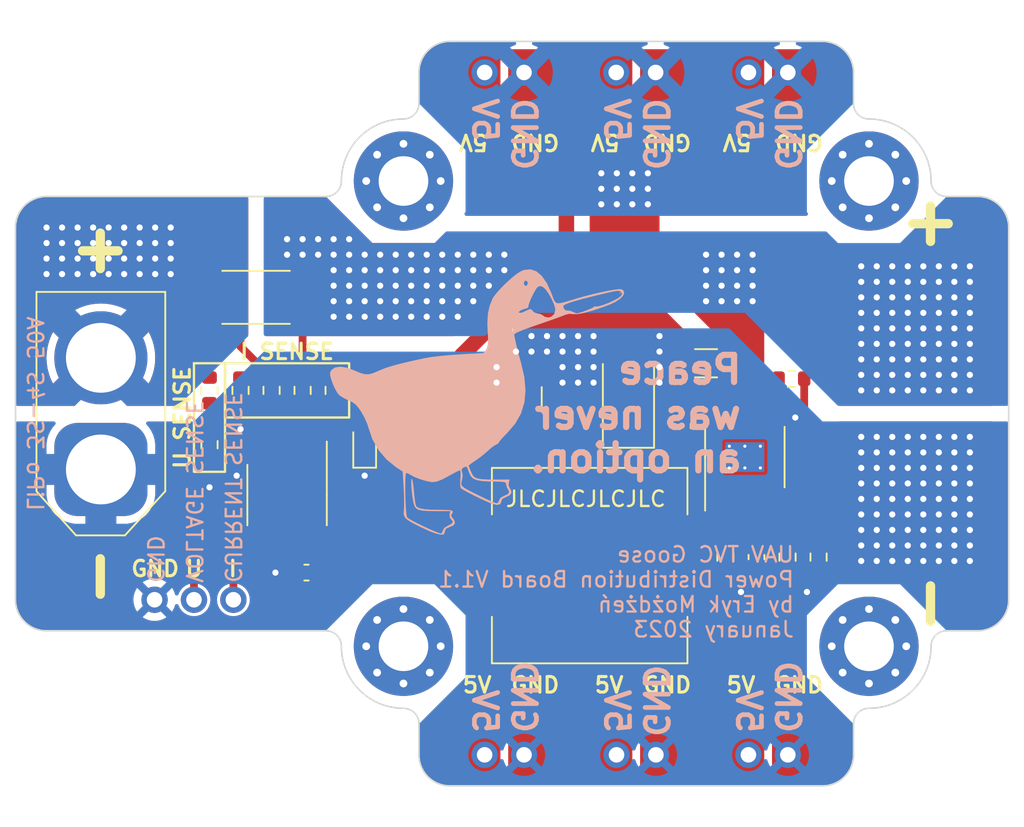
<source format=kicad_pcb>
(kicad_pcb (version 20211014) (generator pcbnew)
  (layers (0 "F.Cu" signal) (31 "B.Cu" signal) (34 "B.Paste" user) (35 "F.Paste" user) (36 "B.SilkS" user "B.Silkscreen") (37 "F.SilkS" user "F.Silkscreen") (38 "B.Mask" user) (39 "F.Mask" user) (44 "Edge.Cuts" user))
  (net 0 "")
  (net 1 "GND")
  (net 2 "+BATT")
  (net 3 "+5V")
  (net 4 "/COMP")
  (net 5 "Net-(C3-Pad2)")
  (net 6 "/BST")
  (net 7 "/SW")
  (net 8 "/BATT_IN")
  (net 9 "/FB")
  (net 10 "/FREQ")
  (net 16 "Net-(D11-Pad2)")
  (net 17 "/BATT_I_SENSE")
  (net 18 "/BATT_V_SENSE")
  (net 19 "Net-(R31-Pad1)")
  (net 20 "Net-(R33-Pad2)")
  (footprint "goose:tht_pin_01x02" (layer "F.Cu") (at 151.77 128 90)
    (fp_text reference "J6")
    (fp_text value "Conn_01x02")
  )
  (footprint "Connector_AMASS:AMASS_XT60-M_1x02_P7.20mm_Vertical" (layer "F.Cu") (at 124.5 109.6 90)
    (fp_text reference "J1")
    (fp_text value "Conn_01x02")
  )
  (footprint "Resistor_SMD:R_0603_1608Metric" (layer "F.Cu") (at 135.5 104.5 90)
    (fp_text reference "R31")
    (fp_text value "4k7")
  )
  (footprint "Capacitor_SMD:C_0603_1608Metric" (layer "F.Cu") (at 166.75 115.25 -90)
    (fp_text reference "C3")
    (fp_text value "150p")
  )
  (footprint "Resistor_SMD:R_0603_1608Metric" (layer "F.Cu") (at 137.5 104.5 -90)
    (fp_text reference "R33")
    (fp_text value "4k7")
  )
  (footprint "goose:tht_pin_01x02" (layer "F.Cu") (at 160.25 84 90)
    (fp_text reference "J4")
    (fp_text value "Conn_01x02")
  )
  (footprint "MountingHole:MountingHole_3.2mm_M3_Pad_Via" (layer "F.Cu") (at 174 121)
    (fp_text reference "H4")
    (fp_text value "MountingHole_Pad")
  )
  (footprint "Capacitor_SMD:C_1206_3216Metric" (layer "F.Cu") (at 163.5 102.749999)
    (fp_text reference "C1")
    (fp_text value "10u/50V")
  )
  (footprint "Diode_SMD:D_SMA" (layer "F.Cu") (at 158.5 104.799999 90)
    (fp_text reference "D1")
    (fp_text value "SS36A")
  )
  (footprint "Resistor_SMD:R_0603_1608Metric" (layer "F.Cu") (at 131.5 108 -90)
    (fp_text reference "R12")
    (fp_text value "100k")
  )
  (footprint "Resistor_SMD:R_0603_1608Metric" (layer "F.Cu") (at 169 103.75)
    (fp_text reference "R4")
    (fp_text value "100k")
  )
  (footprint "Capacitor_SMD:C_1206_3216Metric" (layer "F.Cu") (at 152 105 -90)
    (fp_text reference "C2")
    (fp_text value "22u/25V")
  )
  (footprint "goose:tht_pin_01x02" (layer "F.Cu") (at 160.27 128 90)
    (fp_text reference "J2")
    (fp_text value "Conn_01x02")
  )
  (footprint "Package_SO:SOIC-8-1EP_3.9x4.9mm_P1.27mm_EP2.62x3.51mm_ThermalVias" (layer "F.Cu") (at 166 108.799999 90)
    (fp_text reference "U1")
    (fp_text value "MP1584")
  )
  (footprint "Resistor_SMD:R_0603_1608Metric" (layer "F.Cu") (at 143.5 108 90)
    (fp_text reference "R13")
    (fp_text value "1k")
  )
  (footprint "Capacitor_SMD:C_0603_1608Metric" (layer "F.Cu") (at 137.75 116.25)
    (fp_text reference "C5")
    (fp_text value "100n")
  )
  (footprint "Resistor_SMD:R_0603_1608Metric" (layer "F.Cu") (at 139.5 104.5 -90)
    (fp_text reference "R34")
    (fp_text value "210k")
  )
  (footprint "Resistor_SMD:R_0603_1608Metric" (layer "F.Cu") (at 133.5 104.5 90)
    (fp_text reference "R32")
    (fp_text value "210k")
  )
  (footprint "goose:tht_pin_01x02" (layer "F.Cu") (at 168.77 128 90)
    (fp_text reference "J7")
    (fp_text value "Conn_01x02")
  )
  (footprint "Resistor_SMD:R_2512_6332Metric" (layer "F.Cu") (at 134.5 98.5 180)
    (fp_text reference "R35")
    (fp_text value "1m")
  )
  (footprint "Resistor_SMD:R_0603_1608Metric" (layer "F.Cu") (at 168.75 115.25 -90)
    (fp_text reference "R1")
    (fp_text value "210k")
  )
  (footprint "goose:tht_pin_01x02" (layer "F.Cu") (at 168.77 84 90)
    (fp_text reference "J9")
    (fp_text value "Conn_01x02")
  )
  (footprint "goose:tht_pin_01x02" (layer "F.Cu") (at 151.77 84 90)
    (fp_text reference "J8")
    (fp_text value "Conn_01x02")
  )
  (footprint "Capacitor_SMD:C_0603_1608Metric" (layer "F.Cu") (at 162 106.799999 -90)
    (fp_text reference "C4")
    (fp_text value "100n")
  )
  (footprint "goose:tht_pin_01x03" (layer "F.Cu") (at 127.96 118 -90)
    (fp_text reference "J5")
    (fp_text value "Conn_01x03")
  )
  (footprint "Resistor_SMD:R_0603_1608Metric" (layer "F.Cu") (at 170.75 115.25 90)
    (fp_text reference "R2")
    (fp_text value "39k")
  )
  (footprint "LED_SMD:LED_0603_1608Metric" (layer "F.Cu") (at 141.5 108 90)
    (fp_text reference "D11")
    (fp_text value "RED")
  )
  (footprint "MountingHole:MountingHole_3.2mm_M3_Pad_Via" (layer "F.Cu") (at 144 91)
    (fp_text reference "H1")
    (fp_text value "MountingHole_Pad")
  )
  (footprint "Inductor_SMD:L_12x12mm_H6mm" (layer "F.Cu") (at 156 115.799999 180)
    (fp_text reference "L1")
    (fp_text value "22u")
  )
  (footprint "Package_SO:SOIC-8_3.9x4.9mm_P1.27mm" (layer "F.Cu") (at 136.5 111.25 -90)
    (fp_text reference "U3")
    (fp_text value "LM258")
  )
  (footprint "Resistor_SMD:R_0603_1608Metric" (layer "F.Cu") (at 164.75 115.25 -90)
    (fp_text reference "R3")
    (fp_text value "100k")
  )
  (footprint "MountingHole:MountingHole_3.2mm_M3_Pad_Via" (layer "F.Cu") (at 144 121)
    (fp_text reference "H3")
    (fp_text value "MountingHole_Pad")
  )
  (footprint "MountingHole:MountingHole_3.2mm_M3_Pad_Via" (layer "F.Cu") (at 174 91)
    (fp_text reference "H2")
    (fp_text value "MountingHole_Pad")
  )
  (footprint "Resistor_SMD:R_0603_1608Metric" (layer "F.Cu") (at 131.5 104.5 -90)
    (fp_text reference "R11")
    (fp_text value "470k")
  )
  (footprint "goose:goose_meme" (layer "B.Cu") (at 152.602967 111.268 180)
    (fp_text reference "G***")
    (fp_text value "LOGO" hide)
  )
  (gr_rect (start 130.5 102.75) (end 132.5 109.75) (layer "F.SilkS") (width 0.15) (fill none))
  (gr_rect (start 132.5 102.75) (end 140.5 106.25) (layer "F.SilkS") (width 0.15) (fill none))
  (gr_arc (start 147 130) (mid 145.585786 129.414214) (end 145 128) (layer "Edge.Cuts") (width 0.1))
  (gr_arc (start 183 118.000001) (mid 182.414213 119.414214) (end 181 120) (layer "Edge.Cuts") (width 0.1))
  (gr_arc (start 145 84) (mid 145.585786 82.585786) (end 147 82) (layer "Edge.Cuts") (width 0.1))
  (gr_arc locked (start 174 87) (mid 176.828427 88.171573) (end 178 91) (layer "Edge.Cuts") (width 0.1))
  (gr_arc (start 178 121) (mid 178.292893 120.292893) (end 179 120) (layer "Edge.Cuts") (width 0.1))
  (gr_arc (start 140 91) (mid 139.707107 91.707107) (end 139 92) (layer "Edge.Cuts") (width 0.1))
  (gr_line (start 139 92) (end 121 92) (layer "Edge.Cuts") (width 0.1))
  (gr_arc (start 139 120) (mid 139.707107 120.292893) (end 140 121) (layer "Edge.Cuts") (width 0.1))
  (gr_arc (start 144 125) (mid 144.707107 125.292893) (end 145 126) (layer "Edge.Cuts") (width 0.1))
  (gr_arc (start 171 82) (mid 172.414214 82.585786) (end 173 84) (layer "Edge.Cuts") (width 0.1))
  (gr_line (start 147 82) (end 171 82) (layer "Edge.Cuts") (width 0.1))
  (gr_line (start 173 84) (end 173 86) (layer "Edge.Cuts") (width 0.1))
  (gr_line (start 181 120) (end 179 120) (layer "Edge.Cuts") (width 0.1))
  (gr_arc locked (start 140 91) (mid 141.171573 88.171573) (end 144 87) (layer "Edge.Cuts") (width 0.1))
  (gr_line (start 145 86) (end 145 84) (layer "Edge.Cuts") (width 0.1))
  (gr_arc (start 119 94) (mid 119.585786 92.585786) (end 121 92) (layer "Edge.Cuts") (width 0.1))
  (gr_line (start 145 128) (end 145 126) (layer "Edge.Cuts") (width 0.1))
  (gr_arc (start 173 128) (mid 172.414214 129.414214) (end 171 130) (layer "Edge.Cuts") (width 0.1))
  (gr_arc (start 179 92) (mid 178.292893 91.707107) (end 178 91) (layer "Edge.Cuts") (width 0.1))
  (gr_arc (start 181 92) (mid 182.414214 92.585786) (end 183 94) (layer "Edge.Cuts") (width 0.1))
  (gr_arc (start 174 87) (mid 173.292893 86.707107) (end 173 86) (layer "Edge.Cuts") (width 0.1))
  (gr_arc (start 145 86) (mid 144.707107 86.707107) (end 144 87) (layer "Edge.Cuts") (width 0.1))
  (gr_arc locked (start 178 121) (mid 176.828427 123.828427) (end 174 125) (layer "Edge.Cuts") (width 0.1))
  (gr_line (start 121 120) (end 139 120) (layer "Edge.Cuts") (width 0.1))
  (gr_line (start 171 130) (end 147 130) (layer "Edge.Cuts") (width 0.1))
  (gr_arc (start 173 126) (mid 173.292893 125.292893) (end 174 125) (layer "Edge.Cuts") (width 0.1))
  (gr_line (start 119 94) (end 119 118) (layer "Edge.Cuts") (width 0.1))
  (gr_arc locked (start 144 125) (mid 141.171573 123.828427) (end 140 121) (layer "Edge.Cuts") (width 0.1))
  (gr_line (start 179 92) (end 181 92) (layer "Edge.Cuts") (width 0.1))
  (gr_line (start 183 94) (end 183 118.000001) (layer "Edge.Cuts") (width 0.1))
  (gr_arc (start 121 120) (mid 119.585786 119.414214) (end 119 118) (layer "Edge.Cuts") (width 0.1))
  (gr_line (start 173 126) (end 173 128) (layer "Edge.Cuts") (width 0.1))
  (gr_text "5V" (at 157.75 126.75 270) (layer "B.SilkS") (effects (font (size 1.5 1.5) (thickness 0.3)) (justify left mirror)))
  (gr_text "GND" (at 160.25 85.5 270) (layer "B.SilkS") (effects (font (size 1.5 1.5) (thickness 0.3)) (justify right mirror)))
  (gr_text "LiPo 3S-4S 50A" (at 120.25 106 270) (layer "B.SilkS") (effects (font (size 1 1)) (justify mirror)))
  (gr_text "GND" (at 151.75 85.5 270) (layer "B.SilkS") (effects (font (size 1.5 1.5) (thickness 0.3)) (justify right mirror)))
  (gr_text "GND" (at 128 117 270) (layer "B.SilkS") (effects (font (size 1 1)) (justify left mirror)))
  (gr_text "5V" (at 149.25 85.5 270) (layer "B.SilkS") (effects (font (size 1.5 1.5) (thickness 0.3)) (justify right mirror)))
  (gr_text "5V" (at 166.25 85.5 270) (layer "B.SilkS") (effects (font (size 1.5 1.5) (thickness 0.3)) (justify right mirror)))
  (gr_text "GND" (at 160.25 127 270) (layer "B.SilkS") (effects (font (size 1.5 1.5) (thickness 0.3)) (justify left mirror)))
  (gr_text "UAV TVC Goose\nPower Distribution Board V1.1\nby Eryk Możdżeń\nJanuary 2023" (at 169.25 117.5) (layer "B.SilkS") (effects (font (size 1 1)) (justify left mirror)))
  (gr_text "5V" (at 157.75 85.5 270) (layer "B.SilkS") (effects (font (size 1.5 1.5) (thickness 0.3)) (justify right mirror)))
  (gr_text "CURRENT SENSE" (at 133 117 270) (layer "B.SilkS") (effects (font (size 1 1)) (justify left mirror)))
  (gr_text "VOLTAGE SENSE" (at 130.5 117 270) (layer "B.SilkS") (effects (font (size 1 1)) (justify left mirror)))
  (gr_text "GND" (at 168.75 126.75 270) (layer "B.SilkS") (effects (font (size 1.5 1.5) (thickness 0.3)) (justify left mirror)))
  (gr_text "GND" (at 151.75 126.75 270) (layer "B.SilkS") (effects (font (size 1.5 1.5) (thickness 0.3)) (justify left mirror)))
  (gr_text "5V" (at 166.25 126.75 270) (layer "B.SilkS") (effects (font (size 1.5 1.5) (thickness 0.3)) (justify left mirror)))
  (gr_text "GND" (at 168.75 85.5 270) (layer "B.SilkS") (effects (font (size 1.5 1.5) (thickness 0.3)) (justify right mirror)))
  (gr_text "5V" (at 149.25 126.75 270) (layer "B.SilkS") (effects (font (size 1.5 1.5) (thickness 0.3)) (justify left mirror)))
  (gr_text "GND" (at 128 116) (layer "F.SilkS") (effects (font (size 1 1) (thickness 0.2))))
  (gr_text "5V" (at 165.75 123.5) (layer "F.SilkS") (effects (font (size 1 1) (thickness 0.2))))
  (gr_text "-" (at 124.25 116.5 90) (layer "F.SilkS") (effects (font (size 3 3) (thickness 0.6))))
  (gr_text "U SENSE" (at 129.75 106.25 90) (layer "F.SilkS") (effects (font (size 1 1) (thickness 0.2))))
  (gr_text "GND" (at 152.5 88.5 180) (layer "F.SilkS") (effects (font (size 1 1) (thickness 0.2))))
  (gr_text "I" (at 133 116) (layer "F.SilkS") (effects (font (size 1 1) (thickness 0.2))))
  (gr_text "5V" (at 148.5 88.5 180) (layer "F.SilkS") (effects (font (size 1 1) (thickness 0.2))))
  (gr_text "+" (at 177.75 93.75 90) (layer "F.SilkS") (effects (font (size 3 3) (thickness 0.6))))
  (gr_text "5V" (at 148.75 123.5) (layer "F.SilkS") (effects (font (size 1 1) (thickness 0.2))))
  (gr_text "GND" (at 152.5 123.5) (layer "F.SilkS") (effects (font (size 1 1) (thickness 0.2))))
  (gr_text "JLCJLCJLCJLC" (at 155.75 111.5) (layer "F.SilkS") (effects (font (size 1 1))))
  (gr_text "I SENSE" (at 136.5 102) (layer "F.SilkS") (effects (font (size 1 1) (thickness 0.2))))
  (gr_text "5V" (at 157.25 123.5) (layer "F.SilkS") (effects (font (size 1 1) (thickness 0.2))))
  (gr_text "5V" (at 165.5 88.5 180) (layer "F.SilkS") (effects (font (size 1 1) (thickness 0.2))))
  (gr_text "U" (at 130.5 116) (layer "F.SilkS") (effects (font (size 1 1) (thickness 0.2))))
  (gr_text "+" (at 124.25 95.5 90) (layer "F.SilkS") (effects (font (size 3 3) (thickness 0.6))))
  (gr_text "GND" (at 169.5 123.5) (layer "F.SilkS") (effects (font (size 1 1) (thickness 0.2))))
  (gr_text "GND" (at 161 123.5) (layer "F.SilkS") (effects (font (size 1 1) (thickness 0.2))))
  (gr_text "GND" (at 161 88.5 180) (layer "F.SilkS") (effects (font (size 1 1) (thickness 0.2))))
  (gr_text "-" (at 177.75 118.25 90) (layer "F.SilkS") (effects (font (size 3 3) (thickness 0.6))))
  (gr_text "GND" (at 169.5 88.5 180) (layer "F.SilkS") (effects (font (size 1 1) (thickness 0.2))))
  (gr_text "5V" (at 157 88.5 180) (layer "F.SilkS") (effects (font (size 1 1) (thickness 0.2))))
  (segment (start 141.5 110) (end 141.5 108.7875) (width 0.5) (layer "F.Cu") (net 1))
  (segment (start 169.825001 103.749999) (end 169.825 105.675) (width 0.5) (layer "F.Cu") (net 1))
  (segment (start 133.25 110) (end 133.37 110) (width 0.5) (layer "F.Cu") (net 1))
  (segment (start 164.75 116.075) (end 164.75 116.5) (width 0.5) (layer "F.Cu") (net 1))
  (segment (start 169.25 106.25) (end 167.974999 106.25) (width 0.5) (layer "F.Cu") (net 1))
  (segment (start 136.975 116.25) (end 135.75 116.25) (width 0.5) (layer "F.Cu") (net 1))
  (segment (start 170.75 116.075) (end 170.75 116.75) (width 0.5) (layer "F.Cu") (net 1))
  (segment (start 170.75 116.75) (end 170 117.5) (width 0.5) (layer "F.Cu") (net 1))
  (segment (start 167.974999 106.25) (end 167.905 106.319999) (width 0.5) (layer "F.Cu") (net 1))
  (segment (start 131.5 108.825) (end 131.5 110.75) (width 0.5) (layer "F.Cu") (net 1))
  (segment (start 164.75 116.5) (end 165.75 117.5) (width 0.5) (layer "F.Cu") (net 1))
  (segment (start 133.37 110) (end 134.595 108.775) (width 0.5) (layer "F.Cu") (net 1))
  (segment (start 133.5 105.325) (end 133.5 107) (width 0.5) (layer "F.Cu") (net 1))
  (segment (start 169.825 105.675) (end 169.25 106.25) (width 0.5) (layer "F.Cu") (net 1))
  (via (at 178.5 110.5) (size 0.8) (drill 0.4) (layers "F.Cu" "B.Cu") (net 1))
  (via (at 180.5 108.5) (size 0.8) (drill 0.4) (layers "F.Cu" "B.Cu") (net 1))
  (via (at 178.5 107.5) (size 0.8) (drill 0.4) (layers "F.Cu" "B.Cu") (net 1))
  (via (at 150 104) (size 0.8) (drill 0.4) (layers "F.Cu" "B.Cu") (net 1))
  (via (at 174.5 113.5) (size 0.8) (drill 0.4) (layers "F.Cu" "B.Cu") (net 1))
  (via (at 173.5 107.5) (size 0.8) (drill 0.4) (layers "F.Cu" "B.Cu") (net 1))
  (via (at 176.5 114.5) (size 0.8) (drill 0.4) (layers "F.Cu" "B.Cu") (net 1))
  (via (at 141.5 110) (size 0.8) (drill 0.4) (layers "F.Cu" "B.Cu") (net 1))
  (via (at 177.5 115.5) (size 0.8) (drill 0.4) (layers "F.Cu" "B.Cu") (net 1))
  (via (at 177.5 108.5) (size 0.8) (drill 0.4) (layers "F.Cu" "B.Cu") (net 1))
  (via (at 156.75 91.5) (size 0.8) (drill 0.4) (layers "F.Cu" "B.Cu") (net 1))
  (via (at 152.25 102) (size 0.8) (drill 0.4) (layers "F.Cu" "B.Cu") (net 1))
  (via (at 175.5 110.5) (size 0.8) (drill 0.4) (layers "F.Cu" "B.Cu") (net 1))
  (via (at 176.5 112.5) (size 0.8) (drill 0.4) (layers "F.Cu" "B.Cu") (net 1))
  (via (at 131.5 110.75) (size 0.8) (drill 0.4) (layers "F.Cu" "B.Cu") (net 1))
  (via (at 153.25 101) (size 0.8) (drill 0.4) (layers "F.Cu" "B.Cu") (net 1))
  (via (at 156.25 104) (size 0.8) (drill 0.4) (layers "F.Cu" "B.Cu") (net 1))
  (via (at 156.25 103) (size 0.8) (drill 0.4) (layers "F.Cu" "B.Cu") (net 1))
  (via (at 151.25 102) (size 0.8) (drill 0.4) (layers "F.Cu" "B.Cu") (net 1))
  (via (at 176.5 107.5) (size 0.8) (drill 0.4) (layers "F.Cu" "B.Cu") (net 1))
  (via (at 176.5 115.5) (size 0.8) (drill 0.4) (layers "F.Cu" "B.Cu") (net 1))
  (via (at 153.25 102) (size 0.8) (drill 0.4) (layers "F.Cu" "B.Cu") (net 1))
  (via (at 159.75 91.5) (size 0.8) (drill 0.4) (layers "F.Cu" "B.Cu") (net 1))
  (via (at 173.5 108.5) (size 0.8) (drill 0.4) (layers "F.Cu" "B.Cu") (net 1))
  (via (at 179.5 108.5) (size 0.8) (drill 0.4) (layers "F.Cu" "B.Cu") (net 1))
  (via (at 159.75 92.5) (size 0.8) (drill 0.4) (layers "F.Cu" "B.Cu") (net 1))
  (via (at 175.5 112.5) (size 0.8) (drill 0.4) (layers "F.Cu" "B.Cu") (net 1))
  (via (at 177.5 111.5) (size 0.8) (drill 0.4) (layers "F.Cu" "B.Cu") (net 1))
  (via (at 155.25 102) (size 0.8) (drill 0.4) (layers "F.Cu" "B.Cu") (net 1))
  (via (at 180.5 113.5) (size 0.8) (drill 0.4) (layers "F.Cu" "B.Cu") (net 1))
  (via (at 180.5 114.5) (size 0.8) (drill 0.4) (layers "F.Cu" "B.Cu") (net 1))
  (via (at 173.5 110.5) (size 0.8) (drill 0.4) (layers "F.Cu" "B.Cu") (net 1))
  (via (at 177.5 109.5) (size 0.8) (drill 0.4) (layers "F.Cu" "B.Cu") (net 1))
  (via (at 178.5 111.5) (size 0.8) (drill 0.4) (layers "F.Cu" "B.Cu") (net 1))
  (via (at 175.5 114.5) (size 0.8) (drill 0.4) (layers "F.Cu" "B.Cu") (net 1))
  (via (at 175.5 108.5) (size 0.8) (drill 0.4) (layers "F.Cu" "B.Cu") (net 1))
  (via (at 173.5 115.5) (size 0.8) (drill 0.4) (layers "F.Cu" "B.Cu") (net 1))
  (via (at 154.25 102) (size 0.8) (drill 0.4) (layers "F.Cu" "B.Cu") (net 1))
  (via (at 180.5 107.5) (size 0.8) (drill 0.4) (layers "F.Cu" "B.Cu") (net 1))
  (via (at 178.5 113.5) (size 0.8) (drill 0.4) (layers "F.Cu" "B.Cu") (net 1))
  (via (at 176.5 108.5) (size 0.8) (drill 0.4) (layers "F.Cu" "B.Cu") (net 1))
  (via (at 174.5 110.5) (size 0.8) (drill 0.4) (layers "F.Cu" "B.Cu") (net 1))
  (via (at 176.5 113.5) (size 0.8) (drill 0.4) (layers "F.Cu" "B.Cu") (net 1))
  (via (at 160.5 101) (size 0.8) (drill 0.4) (layers "F.Cu" "B.Cu") (net 1))
  (via (at 177.5 110.5) (size 0.8) (drill 0.4) (layers "F.Cu" "B.Cu") (net 1))
  (via (at 155.25 103) (size 0.8) (drill 0.4) (layers "F.Cu" "B.Cu") (net 1))
  (via (at 169.25 106.25) (size 0.8) (drill 0.4) (layers "F.Cu" "B.Cu") (net 1))
  (via (at 179.5 113.5) (size 0.8) (drill 0.4) (layers "F.Cu" "B.Cu") (net 1))
  (via (at 156.25 102) (size 0.8) (drill 0.4) (layers "F.Cu" "B.Cu") (net 1))
  (via (at 179.5 110.5) (size 0.8) (drill 0.4) (layers "F.Cu" "B.Cu") (net 1))
  (via (at 157.75 90.5) (size 0.8) (drill 0.4) (layers "F.Cu" "B.Cu") (net 1))
  (via (at 174.5 114.5) (size 0.8) (drill 0.4) (layers "F.Cu" "B.Cu") (net 1))
  (via (at 155.25 101) (size 0.8) (drill 0.4) (layers "F.Cu" "B.Cu") (net 1))
  (via (at 177.5 113.5) (size 0.8) (drill 0.4) (layers "F.Cu" "B.Cu") (net 1))
  (via (at 180.5 111.5) (size 0.8) (drill 0.4) (layers "F.Cu" "B.Cu") (net 1))
  (via (at 154.25 103) (size 0.8) (drill 0.4) (layers "F.Cu" "B.Cu") (net 1))
  (via (at 133.25 110) (size 0.8) (drill 0.4) (layers "F.Cu" "B.Cu") (net 1))
  (via (at 173.5 113.5) (size 0.8) (drill 0.4) (layers "F.Cu" "B.Cu") (net 1))
  (via (at 157.75 91.5) (size 0.8) (drill 0.4) (layers "F.Cu" "B.Cu") (net 1))
  (via (at 173.5 109.5) (size 0.8) (drill 0.4) (layers "F.Cu" "B.Cu") (net 1))
  (via (at 133.5 107) (size 0.8) (drill 0.4) (layers "F.Cu" "B.Cu") (net 1))
  (via (at 180.5 115.5) (size 0.8) (drill 0.4) (layers "F.Cu" "B.Cu") (net 1))
  (via (at 175.5 115.5) (size 0.8) (drill 0.4) (layers "F.Cu" "B.Cu") (net 1))
  (via (at 180.5 112.5) (size 0.8) (drill 0.4) (layers "F.Cu" "B.Cu") (net 1))
  (via (at 175.5 109.5) (size 0.8) (drill 0.4) (layers "F.Cu" "B.Cu") (net 1))
  (via (at 176.5 109.5) (size 0.8) (drill 0.4) (layers "F.Cu" "B.Cu") (net 1))
  (via (at 173.5 111.5) (size 0.8) (drill 0.4) (layers "F.Cu" "B.Cu") (net 1))
  (via (at 180.5 109.5) (size 0.8) (drill 0.4) (layers "F.Cu" "B.Cu") (net 1))
  (via (at 156.25 101) (size 0.8) (drill 0.4) (layers "F.Cu" "B.Cu") (net 1))
  (via (at 160.5 104) (size 0.8) (drill 0.4) (layers "F.Cu" "B.Cu") (net 1))
  (via (at 165.75 117.5) (size 0.8) (drill 0.4) (layers "F.Cu" "B.Cu") (net 1))
  (via (at 179.5 115.5) (size 0.8) (drill 0.4) (layers "F.Cu" "B.Cu") (net 1))
  (via (at 174.5 109.5) (size 0.8) (drill 0.4) (layers "F.Cu" "B.Cu") (net 1))
  (via (at 179.5 107.5) (size 0.8) (drill 0.4) (layers "F.Cu" "B.Cu") (net 1))
  (via (at 179.5 114.5) (size 0.8) (drill 0.4) (layers "F.Cu" "B.Cu") (net 1))
  (via (at 174.5 111.5) (size 0.8) (drill 0.4) (layers "F.Cu" "B.Cu") (net 1))
  (via (at 135.75 116.25) (size 0.8) (drill 0.4) (layers "F.Cu" "B.Cu") (net 1))
  (via (at 174.5 115.5) (size 0.8) (drill 0.4) (layers "F.Cu" "B.Cu") (net 1))
  (via (at 178.5 114.5) (size 0.8) (drill 0.4) (layers "F.Cu" "B.Cu") (net 1))
  (via (at 170 117.5) (size 0.8) (drill 0.4) (layers "F.Cu" "B.Cu") (net 1))
  (via (at 150 103) (size 0.8) (drill 0.4) (layers "F.Cu" "B.Cu") (net 1))
  (via (at 158.75 90.5) (size 0.8) (drill 0.4) (layers "F.Cu" "B.Cu") (net 1))
  (via (at 160.5 102) (size 0.8) (drill 0.4) (layers "F.Cu" "B.Cu") (net 1))
  (via (at 175.5 113.5) (size 0.8) (drill 0.4) (layers "F.Cu" "B.Cu") (net 1))
  (via (at 156.75 92.5) (size 0.8) (drill 0.4) (layers "F.Cu" "B.Cu") (net 1))
  (via (at 173.5 114.5) (size 0.8) (drill 0.4) (layers "F.Cu" "B.Cu") (net 1))
  (via (at 179.5 112.5) (size 0.8) (drill 0.4) (layers "F.Cu" "B.Cu") (net 1))
  (via (at 173.5 112.5) (size 0.8) (drill 0.4) (layers "F.Cu" "B.Cu") (net 1))
  (via (at 174.5 112.5) (size 0.8) (drill 0.4) (layers "F.Cu" "B.Cu") (net 1))
  (via (at 157.75 92.5) (size 0.8) (drill 0.4) (layers "F.Cu" "B.Cu") (net 1))
  (via (at 178.5 112.5) (size 0.8) (drill 0.4) (layers "F.Cu" "B.Cu") (net 1))
  (via (at 159.75 90.5) (size 0.8) (drill 0.4) (layers "F.Cu" "B.Cu") (net 1))
  (via (at 177.5 114.5) (size 0.8) (drill 0.4) (layers "F.Cu" "B.Cu") (net 1))
  (via (at 177.5 107.5) (size 0.8) (drill 0.4) (layers "F.Cu" "B.Cu") (net 1))
  (via (at 177.5 112.5) (size 0.8) (drill 0.4) (layers "F.Cu" "B.Cu") (net 1))
  (via (at 179.5 111.5) (size 0.8) (drill 0.4) (layers "F.Cu" "B.Cu") (net 1))
  (via (at 154.25 101) (size 0.8) (drill 0.4) (layers "F.Cu" "B.Cu") (net 1))
  (via (at 176.5 110.5) (size 0.8) (drill 0.4) (layers "F.Cu" "B.Cu") (net 1))
  (via (at 176.5 111.5) (size 0.8) (drill 0.4) (layers "F.Cu" "B.Cu") (net 1))
  (via (at 180.5 110.5) (size 0.8) (drill 0.4) (layers "F.Cu" "B.Cu") (net 1))
  (via (at 160.5 103) (size 0.8) (drill 0.4) (layers "F.Cu" "B.Cu") (net 1))
  (via (at 155.25 104) (size 0.8) (drill 0.4) (layers "F.Cu" "B.Cu") (net 1))
  (via (at 179.5 109.5) (size 0.8) (drill 0.4) (layers "F.Cu" "B.Cu") (net 1))
  (via (at 158.75 92.5) (size 0.8) (drill 0.4) (layers "F.Cu" "B.Cu") (net 1))
  (via (at 178.5 108.5) (size 0.8) (drill 0.4) (layers "F.Cu" "B.Cu") (net 1))
  (via (at 156.75 90.5) (size 0.8) (drill 0.4) (layers "F.Cu" "B.Cu") (net 1))
  (via (at 175.5 107.5) (size 0.8) (drill 0.4) (layers "F.Cu" "B.Cu") (net 1))
  (via (at 178.5 109.5) (size 0.8) (drill 0.4) (layers "F.Cu" "B.Cu") (net 1))
  (via (at 175.5 111.5) (size 0.8) (drill 0.4) (layers "F.Cu" "B.Cu") (net 1))
  (via (at 154.25 104) (size 0.8) (drill 0.4) (layers "F.Cu" "B.Cu") (net 1))
  (via (at 178.5 115.5) (size 0.8) (drill 0.4) (layers "F.Cu" "B.Cu") (net 1))
  (via (at 158.75 91.5) (size 0.8) (drill 0.4) (layers "F.Cu" "B.Cu") (net 1))
  (via (at 174.5 107.5) (size 0.8) (drill 0.4) (layers "F.Cu" "B.Cu") (net 1))
  (via (at 152.25 101) (size 0.8) (drill 0.4) (layers "F.Cu" "B.Cu") (net 1))
  (via (at 174.5 108.5) (size 0.8) (drill 0.4) (layers "F.Cu" "B.Cu") (net 1))
  (segment (start 137.5 98.5375) (end 137.4625 98.5) (width 0.5) (layer "F.Cu") (net 2))
  (segment (start 137.5 103.675) (end 137.5 98.5375) (width 0.5) (layer "F.Cu") (net 2))
  (via (at 175.5 104.5) (size 0.8) (drill 0.4) (layers "F.Cu" "B.Cu") (net 2))
  (via (at 174.5 96.5) (size 0.8) (drill 0.4) (layers "F.Cu" "B.Cu") (net 2))
  (via (at 178.5 104.5) (size 0.8) (drill 0.4) (layers "F.Cu" "B.Cu") (net 2))
  (via (at 179.5 99.5) (size 0.8) (drill 0.4) (layers "F.Cu" "B.Cu") (net 2))
  (via (at 147.5 95.75) (size 0.8) (drill 0.4) (layers "F.Cu" "B.Cu") (net 2))
  (via (at 179.5 96.5) (size 0.8) (drill 0.4) (layers "F.Cu" "B.Cu") (net 2))
  (via (at 142.5 97.75) (size 0.8) (drill 0.4) (layers "F.Cu" "B.Cu") (net 2))
  (via (at 174.5 97.5) (size 0.8) (drill 0.4) (layers "F.Cu" "B.Cu") (net 2))
  (via (at 137.5 95.75) (size 0.8) (drill 0.4) (layers "F.Cu" "B.Cu") (net 2))
  (via (at 179.5 104.5) (size 0.8) (drill 0.4) (layers "F.Cu" "B.Cu") (net 2))
  (via (at 180.5 99.500001) (size 0.8) (drill 0.4) (layers "F.Cu" "B.Cu") (net 2))
  (via (at 142.5 95.75) (size 0.8) (drill 0.4) (layers "F.Cu" "B.Cu") (net 2))
  (via (at 178.499999 101.5) (size 0.8) (drill 0.4) (layers "F.Cu" "B.Cu") (net 2))
  (via (at 180.5 96.5) (size 0.8) (drill 0.4) (layers "F.Cu" "B.Cu") (net 2))
  (via (at 139.5 95.75) (size 0.8) (drill 0.4) (layers "F.Cu" "B.Cu") (net 2))
  (via (at 138.5 95.75) (size 0.8) (drill 0.4) (layers "F.Cu" "B.Cu") (net 2))
  (via (at 174.499999 103.5) (size 0.8) (drill 0.4) (layers "F.Cu" "B.Cu") (net 2))
  (via (at 147.5 96.75) (size 0.8) (drill 0.4) (layers "F.Cu" "B.Cu") (net 2))
  (via (at 164.5 98.75) (size 0.8) (drill 0.4) (layers "F.Cu" "B.Cu") (net 2))
  (via (at 142.5 99.75) (size 0.8) (drill 0.4) (layers "F.Cu" "B.Cu") (net 2))
  (via (at 176.5 97.5) (size 0.8) (drill 0.4) (layers "F.Cu" "B.Cu") (net 2))
  (via (at 146.5 97.75) (size 0.8) (drill 0.4) (layers "F.Cu" "B.Cu") (net 2))
  (via (at 174.5 100.5) (size 0.8) (drill 0.4) (layers "F.Cu" "B.Cu") (net 2))
  (via (at 165.5 95.75) (size 0.8) (drill 0.4) (layers "F.Cu" "B.Cu") (net 2))
  (via (at 176.5 104.5) (size 0.8) (drill 0.4) (layers "F.Cu" "B.Cu") (net 2))
  (via (at 178.5 102.5) (size 0.8) (drill 0.4) (layers "F.Cu" "B.Cu") (net 2))
  (via (at 149.5 97.75) (size 0.8) (drill 0.4) (layers "F.Cu" "B.Cu") (net 2))
  (via (at 177.5 98.5) (size 0.8) (drill 0.4) (layers "F.Cu" "B.Cu") (net 2))
  (via (at 175.5 100.5) (size 0.8) (drill 0.4) (layers "F.Cu" "B.Cu") (net 2))
  (via (at 177.5 97.5) (size 0.8) (drill 0.4) (layers "F.Cu" "B.Cu") (net 2))
  (via (at 175.5 102.5) (size 0.8) (drill 0.4) (layers "F.Cu" "B.Cu") (net 2))
  (via (at 144.5 96.75) (size 0.8) (drill 0.4) (layers "F.Cu" "B.Cu") (net 2))
  (via (at 137.5 94.75) (size 0.8) (drill 0.4) (layers "F.Cu" "B.Cu") (net 2))
  (via (at 146.5 98.75) (size 0.8) (drill 0.4) (layers "F.Cu" "B.Cu") (net 2))
  (via (at 143.5 99.75) (size 0.8) (drill 0.4) (layers "F.Cu" "B.Cu") (net 2))
  (via (at 179.5 101.5) (size 0.8) (drill 0.4) (layers "F.Cu" "B.Cu") (net 2))
  (via (at 180.5 100.5) (size 0.8) (drill 0.4) (layers "F.Cu" "B.Cu") (net 2))
  (via (at 163.5 98.75) (size 0.8) (drill 0.4) (layers "F.Cu" "B.Cu") (net 2))
  (via (at 176.5 101.5) (size 0.8) (drill 0.4) (layers "F.Cu" "B.Cu") (net 2))
  (via (at 139.5 98.75) (size 0.8) (drill 0.4) (layers "F.Cu" "B.Cu") (net 2))
  (via (at 143.5 96.75) (size 0.8) (drill 0.4) (layers "F.Cu" "B.Cu") (net 2))
  (via (at 140.5 97.75) (size 0.8) (drill 0.4) (layers "F.Cu" "B.Cu") (net 2))
  (via (at 141.5 95.75) (size 0.8) (drill 0.4) (layers "F.Cu" "B.Cu") (net 2))
  (via (at 139.5 96.75) (size 0.8) (drill 0.4) (layers "F.Cu" "B.Cu") (net 2))
  (via (at 143.5 97.75) (size 0.8) (drill 0.4) (layers "F.Cu" "B.Cu") (net 2))
  (via (at 148.5 98.75) (size 0.8) (drill 0.4) (layers "F.Cu" "B.Cu") (net 2))
  (via (at 178.499999 97.5) (size 0.8) (drill 0.4) (layers "F.Cu" "B.Cu") (net 2))
  (via (at 166.5 97.75) (size 0.8) (drill 0.4) (layers "F.Cu" "B.Cu") (net 2))
  (via (at 165.5 97.75) (size 0.8) (drill 0.4) (layers "F.Cu" "B.Cu") (net 2))
  (via (at 173.500001 103.5) (size 0.8) (drill 0.4) (layers "F.Cu" "B.Cu") (net 2))
  (via (at 163.5 95.75) (size 0.8) (drill 0.4) (layers "F.Cu" "B.Cu") (net 2))
  (via (at 174.499999 99.5) (size 0.8) (drill 0.4) (layers "F.Cu" "B.Cu") (net 2))
  (via (at 149.5 96.75) (size 0.8) (drill 0.4) (layers "F.Cu" "B.Cu") (net 2))
  (via (at 177.5 99.5) (size 0.8) (drill 0.4) (layers "F.Cu" "B.Cu") (net 2))
  (via (at 145.5 95.75) (size 0.8) (drill 0.4) (layers "F.Cu" "B.Cu") (net 2))
  (via (at 136.5 94.75) (size 0.8) (drill 0.4) (layers "F.Cu" "B.Cu") (net 2))
  (via (at 173.500001 99.5) (size 0.8) (drill 0.4) (layers "F.Cu" "B.Cu") (net 2))
  (via (at 176.499999 103.5) (size 0.8) (drill 0.4) (layers "F.Cu" "B.Cu") (net 2))
  (via (at 149.5 95.75) (size 0.8) (drill 0.4) (layers "F.Cu" "B.Cu") (net 2))
  (via (at 180.5 104.5) (size 0.8) (drill 0.4) (layers "F.Cu" "B.Cu") (net 2))
  (via (at 146.5 95.75) (size 0.8) (drill 0.4) (layers "F.Cu" "B.Cu") (net 2))
  (via (at 175.500001 103.5) (size 0.8) (drill 0.4) (layers "F.Cu" "B.Cu") (net 2))
  (via (at 173.5 104.5) (size 0.8) (drill 0.4) (layers "F.Cu" "B.Cu") (net 2))
  (via (at 176.499999 99.5) (size 0.8) (drill 0.4) (layers "F.Cu" "B.Cu") (net 2))
  (via (at 176.5 100.5) (size 0.8) (drill 0.4) (layers "F.Cu" "B.Cu") (net 2))
  (via (at 139.5 97.75) (size 0.8) (drill 0.4) (layers "F.Cu" "B.Cu") (net 2))
  (via (at 177.5 102.5) (size 0.8) (drill 0.4) (layers "F.Cu" "B.Cu") (net 2))
  (via (at 140.5 94.75) (size 0.8) (drill 0.4) (layers "F.Cu" "B.Cu") (net 2))
  (via (at 136.5 95.75) (size 0.8) (drill 0.4) (layers "F.Cu" "B.Cu") (net 2))
  (via (at 179.5 98.5) (size 0.8) (drill 0.4) (layers "F.Cu" "B.Cu") (net 2))
  (via (at 147.5 99.75) (size 0.8) (drill 0.4) (layers "F.Cu" "B.Cu") (net 2))
  (via (at 145.5 96.75) (size 0.8) (drill 0.4) (layers "F.Cu" "B.Cu") (net 2))
  (via (at 142.5 96.75) (size 0.8) (drill 0.4) (layers "F.Cu" "B.Cu") (net 2))
  (via (at 177.5 96.5) (size 0.8) (drill 0.4) (layers "F.Cu" "B.Cu") (net 2))
  (via (at 144.5 95.75) (size 0.8) (drill 0.4) (layers "F.Cu" "B.Cu") (net 2))
  (via (at 180.5 102.5) (size 0.8) (drill 0.4) (layers "F.Cu" "B.Cu") (net 2))
  (via (at 140.5 98.75) (size 0.8) (drill 0.4) (layers "F.Cu" "B.Cu") (net 2))
  (via (at 141.5 98.75) (size 0.8) (drill 0.4) (layers "F.Cu" "B.Cu") (net 2))
  (via (at 143.5 95.75) (size 0.8) (drill 0.4) (layers "F.Cu" "B.Cu") (net 2))
  (via (at 178.5 99.5) (size 0.8) (drill 0.4) (layers "F.Cu" "B.Cu") (net 2))
  (via (at 173.5 101.5) (size 0.8) (drill 0.4) (layers "F.Cu" "B.Cu") (net 2))
  (via (at 173.5 98.5) (size 0.8) (drill 0.4) (layers "F.Cu" "B.Cu") (net 2))
  (via (at 174.5 101.5) (size 0.8) (drill 0.4) (layers "F.Cu" "B.Cu") (net 2))
  (via (at 166.5 98.75) (size 0.8) (drill 0.4) (layers "F.Cu" "B.Cu") (net 2))
  (via (at 175.5 98.5) (size 0.8) (drill 0.4) (layers "F.Cu" "B.Cu") (net 2))
  (via (at 177.5 103.5) (size 0.8) (drill 0.4) (layers "F.Cu" "B.Cu") (net 2))
  (via (at 179.5 103.5) (size 0.8) (drill 0.4) (layers "F.Cu" "B.Cu") (net 2))
  (via (at 141.5 99.75) (size 0.8) (drill 0.4) (layers "F.Cu" "B.Cu") (net 2))
  (via (at 177.5 101.5) (size 0.8) (drill 0.4) (layers "F.Cu" "B.Cu") (net 2))
  (via (at 178.5 98.5) (size 0.8) (drill 0.4) (layers "F.Cu" "B.Cu") (net 2))
  (via (at 173.5 97.5) (size 0.8) (drill 0.4) (layers "F.Cu" "B.Cu") (net 2))
  (via (at 145.5 99.75) (size 0.8) (drill 0.4) (layers "F.Cu" "B.Cu") (net 2))
  (via (at 179.5 99.5) (size 0.8) (drill 0.4) (layers "F.Cu" "B.Cu") (net 2))
  (via (at 180.5 101.5) (size 0.8) (drill 0.4) (layers "F.Cu" "B.Cu") (net 2))
  (via (at 139.5 94.75) (size 0.8) (drill 0.4) (layers "F.Cu" "B.Cu") (net 2))
  (via (at 180.5 97.5) (size 0.8) (drill 0.4) (layers "F.Cu" "B.Cu") (net 2))
  (via (at 176.5 96.5) (size 0.8) (drill 0.4) (layers "F.Cu" "B.Cu") (net 2))
  (via (at 165.5 96.75) (size 0.8) (drill 0.4) (layers "F.Cu" "B.Cu") (net 2))
  (via (at 148.5 95.75) (size 0.8) (drill 0.4) (layers "F.Cu" "B.Cu") (net 2))
  (via (at 176.5 102.5) (size 0.8) (drill 0.4) (layers "F.Cu" "B.Cu") (net 2))
  (via (at 175.5 96.5) (size 0.8) (drill 0.4) (layers "F.Cu" "B.Cu") (net 2))
  (via (at 177.5 100.5) (size 0.8) (drill 0.4) (layers "F.Cu" "B.Cu") (net 2))
  (via (at 141.5 96.75) (size 0.8) (drill 0.4) (layers "F.Cu" "B.Cu") (net 2))
  (via (at 173.5 96.5) (size 0.8) (drill 0.4) (layers "F.Cu" "B.Cu") (net 2))
  (via (at 180.5 103.500001) (size 0.8) (drill 0.4) (layers "F.Cu" "B.Cu") (net 2))
  (via (at 144.5 97.75) (size 0.8) (drill 0.4) (layers "F.Cu" "B.Cu") (net 2))
  (via (at 166.5 95.75) (size 0.8) (drill 0.4) (layers "F.Cu" "B.Cu") (net 2))
  (via (at 173.5 102.5) (size 0.8) (drill 0.4) (layers "F.Cu" "B.Cu") (net 2))
  (via (at 178.5 103.5) (size 0.8) (drill 0.4) (layers "F.Cu" "B.Cu") (net 2))
  (via (at 143.5 98.75) (size 0.8) (drill 0.4) (layers "F.Cu" "B.Cu") (net 2))
  (via (at 180.5 98.5) (size 0.8) (drill 0.4) (layers "F.Cu" "B.Cu") (net 2))
  (via (at 166.5 96.75) (size 0.8) (drill 0.4) (layers "F.Cu" "B.Cu") (net 2))
  (via (at 176.5 98.5) (size 0.8) (drill 0.4) (layers "F.Cu" "B.Cu") (net 2))
  (via (at 174.5 102.5) (size 0.8) (drill 0.4) (layers "F.Cu" "B.Cu") (net 2))
  (via (at 144.5 99.75) (size 0.8) (drill 0.4) (layers "F.Cu" "B.Cu") (net 2))
  (via (at 173.5 100.5) (size 0.8) (drill 0.4) (layers "F.Cu" "B.Cu") (net 2))
  (via (at 164.5 97.75) (size 0.8) (drill 0.4) (layers "F.Cu" "B.Cu") (net 2))
  (via (at 179.5 102.5) (size 0.8) (drill 0.4) (layers "F.Cu" "B.Cu") (net 2))
  (via (at 147.5 98.75) (size 0.8) (drill 0.4) (layers "F.Cu" "B.Cu") (net 2))
  (via (at 174.5 98.5) (size 0.8) (drill 0.4) (layers "F.Cu" "B.Cu") (net 2))
  (via (at 140.5 95.75) (size 0.8) (drill 0.4) (layers "F.Cu" "B.Cu") (net 2))
  (via (at 178.499999 96.5) (size 0.8) (drill 0.4) (layers "F.Cu" "B.Cu") (net 2))
  (via (at 179.5 97.5) (size 0.8) (drill 0.4) (layers "F.Cu" "B.Cu") (net 2))
  (via (at 138.5 94.75) (size 0.8) (drill 0.4) (layers "F.Cu" "B.Cu") (net 2))
  (via (at 178.5 100.5) (size 0.8) (drill 0.4) (layers "F.Cu" "B.Cu") (net 2))
  (via (at 164.5 95.75) (size 0.8) (drill 0.4) (layers "F.Cu" "B.Cu") (net 2))
  (via (at 150.5 95.75) (size 0.8) (drill 0.4) (layers "F.Cu" "B.Cu") (net 2))
  (via (at 175.500001 99.5) (size 0.8) (drill 0.4) (layers "F.Cu" "B.Cu") (net 2))
  (via (at 145.5 97.75) (size 0.8) (drill 0.4) (layers "F.Cu" "B.Cu") (net 2))
  (via (at 145.5 98.75) (size 0.8) (drill 0.4) (layers "F.Cu" "B.Cu") (net 2))
  (via (at 141.5 97.75) (size 0.8) (drill 0.4) (layers "F.Cu" "B.Cu") (net 2))
  (via (at 142.5 98.75) (size 0.8) (drill 0.4) (layers "F.Cu" "B.Cu") (net 2))
  (via (at 175.5 97.5) (size 0.8) (drill 0.4) (layers "F.Cu" "B.Cu") (net 2))
  (via (at 147.5 97.75) (size 0.8) (drill 0.4) (layers "F.Cu" "B.Cu") (net 2))
  (via (at 148.5 97.75) (size 0.8) (drill 0.4) (layers "F.Cu" "B.Cu") (net 2))
  (via (at 179.5 103.5) (size 0.8) (drill 0.4) (layers "F.Cu" "B.Cu") (net 2))
  (via (at 163.5 97.75) (size 0.8) (drill 0.4) (layers "F.Cu" "B.Cu") (net 2))
  (via (at 140.5 96.75) (size 0.8) (drill 0.4) (layers "F.Cu" "B.Cu") (net 2))
  (via (at 146.5 96.75) (size 0.8) (drill 0.4) (layers "F.Cu" "B.Cu") (net 2))
  (via (at 177.5 104.5) (size 0.8) (drill 0.4) (layers "F.Cu" "B.Cu") (net 2))
  (via (at 174.5 104.5) (size 0.8) (drill 0.4) (layers "F.Cu" "B.Cu") (net 2))
  (via (at 139.5 99.75) (size 0.8) (drill 0.4) (layers "F.Cu" "B.Cu") (net 2))
  (via (at 164.5 96.75) (size 0.8) (drill 0.4) (layers "F.Cu" "B.Cu") (net 2))
  (via (at 175.5 101.5) (size 0.8) (drill 0.4) (layers "F.Cu" "B.Cu") (net 2))
  (via (at 144.5 98.75) (size 0.8) (drill 0.4) (layers "F.Cu" "B.Cu") (net 2))
  (via (at 148.5 96.75) (size 0.8) (drill 0.4) (layers "F.Cu" "B.Cu") (net 2))
  (via (at 179.5 100.5) (size 0.8) (drill 0.4) (layers "F.Cu" "B.Cu") (net 2))
  (via (at 150.5 96.75) (size 0.8) (drill 0.4) (layers "F.Cu" "B.Cu") (net 2))
  (via (at 163.5 96.75) (size 0.8) (drill 0.4) (layers "F.Cu" "B.Cu") (net 2))
  (via (at 140.5 99.75) (size 0.8) (drill 0.4) (layers "F.Cu" "B.Cu") (net 2))
  (via (at 165.5 98.75) (size 0.8) (drill 0.4) (layers "F.Cu" "B.Cu") (net 2))
  (via (at 146.5 99.75) (size 0.8) (drill 0.4) (layers "F.Cu" "B.Cu") (net 2))
  (segment (start 156 107.75) (end 156 121) (width 1) (layer "F.Cu") (net 3))
  (segment (start 160.25 88.75) (end 160.675 88.75) (width 0.5) (layer "F.Cu") (net 3))
  (segment (start 164.5 123) (end 163.25 123) (width 1) (layer "F.Cu") (net 3))
  (segment (start 164.75 88.75) (end 160.25 88.75) (width 1) (layer "F.Cu") (net 3))
  (segment (start 166.23 84) (end 166.23 87.27) (width 1) (layer "F.Cu") (net 3))
  (segment (start 143.5 108.825) (end 145.675 108.825) (width 0.5) (layer "F.Cu") (net 3))
  (segment (start 154.5 95.5) (end 147.775 102.225) (width 1) (layer "F.Cu") (net 3))
  (segment (start 168.75 117.5) (end 163.25 123) (width 0.5) (layer "F.Cu") (net 3))
  (segment (start 146 108.5) (end 146.75 107.75) (width 0.5) (layer "F.Cu") (net 3))
  (segment (start 154.5 91.25) (end 154.5 95.5) (width 1) (layer "F.Cu") (net 3))
  (segment (start 168.75 116.075) (end 168.75 117.5) (width 0.5) (layer "F.Cu") (net 3))
  (segment (start 158 123) (end 159.25 123) (width 1) (layer "F.Cu") (net 3))
  (segment (start 147.775 105.025) (end 149.225 106.475) (width 1) (layer "F.Cu") (net 3))
  (segment (start 147.775 102.225) (end 147.775 105.025) (width 1) (layer "F.Cu") (net 3))
  (segment (start 149.23 128) (end 149.23 124.27) (width 1) (layer "F.Cu") (net 3))
  (segment (start 166.23 87.27) (end 164.75 88.75) (width 1) (layer "F.Cu") (net 3))
  (segment (start 154.725 106.475) (end 156 107.75) (width 1) (layer "F.Cu") (net 3))
  (segment (start 150.5 123) (end 159.25 123) (width 1) (layer "F.Cu") (net 3))
  (segment (start 148.025 106.475) (end 149.225 106.475) (width 0.5) (layer "F.Cu") (net 3))
  (segment (start 160.25 88.75) (end 155 88.75) (width 1) (layer "F.Cu") (net 3))
  (segment (start 166.23 128) (end 166.23 124.73) (width 1) (layer "F.Cu") (net 3))
  (segment (start 152 106.475) (end 154.725 106.475) (width 1) (layer "F.Cu") (net 3))
  (segment (start 166.23 124.73) (end 164.5 123) (width 1) (layer "F.Cu") (net 3))
  (segment (start 163.25 123) (end 159.25 123) (width 1) (layer "F.Cu") (net 3))
  (segment (start 157.71 84) (end 157.71 86.04) (width 1) (layer "F.Cu") (net 3))
  (segment (start 138.405 113.725) (end 138.405 116.13) (width 0.5) (layer "F.Cu") (net 3))
  (segment (start 146.75 107.75) (end 148.025 106.475) (width 0.5) (layer "F.Cu") (net 3))
  (segment (start 157.71 86.04) (end 155 88.75) (width 1) (layer "F.Cu") (net 3))
  (segment (start 139.75 116.25) (end 145 111) (width 0.5) (layer "F.Cu") (net 3))
  (segment (start 152 88.75) (end 150 88.75) (width 1) (layer "F.Cu") (net 3))
  (segment (start 150 88.75) (end 149.23 87.98) (width 1) (layer "F.Cu") (net 3))
  (segment (start 138.405 116.13) (end 138.525 116.25) (width 0.5) (layer "F.Cu") (net 3))
  (segment (start 138.525 116.25) (end 139.75 116.25) (width 0.5) (layer "F.Cu") (net 3))
  (segment (start 149.23 84) (end 149.23 87.98) (width 1) (layer "F.Cu") (net 3))
  (segment (start 149.23 124.27) (end 150.5 123) (width 1) (layer "F.Cu") (net 3))
  (segment (start 152 88.75) (end 154.5 91.25) (width 1) (layer "F.Cu") (net 3))
  (segment (start 152 106.475) (end 149.225 106.475) (width 1) (layer "F.Cu") (net 3))
  (segment (start 157.73 128) (end 157.73 124.52) (width 1) (layer "F.Cu") (net 3))
  (segment (start 156 121) (end 158 123) (width 1) (layer "F.Cu") (net 3))
  (segment (start 155 88.75) (end 152 88.75) (width 1) (layer "F.Cu") (net 3))
  (segment (start 145 109.5) (end 146 108.5) (width 0.5) (layer "F.Cu") (net 3))
  (segment (start 145 111) (end 145 109.5) (width 0.5) (layer "F.Cu") (net 3))
  (segment (start 145.675 108.825) (end 146 108.5) (width 0.5) (layer "F.Cu") (net 3))
  (segment (start 157.73 124.52) (end 159.25 123) (width 1) (layer "F.Cu") (net 3))
  (segment (start 166.635 114.36) (end 166.75 114.475) (width 0.5) (layer "F.Cu") (net 4))
  (segment (start 166.635 111.279999) (end 166.635 114.36) (width 0.5) (layer "F.Cu") (net 4))
  (segment (start 166.525 116.025) (end 164.925 114.425) (width 0.5) (layer "F.Cu") (net 5))
  (segment (start 164.925 114.425) (end 164.75 114.425) (width 0.5) (layer "F.Cu") (net 5))
  (segment (start 166.75 116.025) (end 166.525 116.025) (width 0.5) (layer "F.Cu") (net 5))
  (segment (start 162 106.025) (end 163.800001 106.025) (width 0.5) (layer "F.Cu") (net 6))
  (segment (start 163.800001 106.025) (end 164.095 106.319999) (width 0.5) (layer "F.Cu") (net 6))
  (segment (start 133.5 101.675) (end 133.5 99) (width 0.5) (layer "F.Cu") (net 8))
  (segment (start 133.5 99) (end 133 98.5) (width 0.5) (layer "F.Cu") (net 8))
  (segment (start 133 98.5) (end 131.5375 98.5) (width 0.5) (layer "F.Cu") (net 8))
  (segment (start 131.5 101.5) (end 131.5 100.0375) (width 0.5) (layer "F.Cu") (net 8))
  (segment (start 131.5 103.675) (end 131.5 101.5) (width 0.5) (layer "F.Cu") (net 8))
  (segment (start 131.5 100.0375) (end 131.5375 100) (width 0.5) (layer "F.Cu") (net 8))
  (segment (start 135.5 103.675) (end 133.5 101.675) (width 0.5) (layer "F.Cu") (net 8))
  (via (at 125 95) (size 0.8) (drill 0.4) (layers "F.Cu" "B.Cu") (net 8))
  (via (at 125 96) (size 0.8) (drill 0.4) (layers "F.Cu" "B.Cu") (net 8))
  (via (at 124 96) (size 0.8) (drill 0.4) (layers "F.Cu" "B.Cu") (net 8))
  (via (at 121 94.999999) (size 0.8) (drill 0.4) (layers "F.Cu" "B.Cu") (net 8))
  (via (at 121 93.999999) (size 0.8) (drill 0.4) (layers "F.Cu" "B.Cu") (net 8))
  (via (at 123 94) (size 0.8) (drill 0.4) (layers "F.Cu" "B.Cu") (net 8))
  (via (at 122 95) (size 0.8) (drill 0.4) (layers "F.Cu" "B.Cu") (net 8))
  (via (at 127 95) (size 0.8) (drill 0.4) (layers "F.Cu" "B.Cu") (net 8))
  (via (at 122 94) (size 0.8) (drill 0.4) (layers "F.Cu" "B.Cu") (net 8))
  (via (at 129 96) (size 0.8) (drill 0.4) (layers "F.Cu" "B.Cu") (net 8))
  (via (at 125 97) (size 0.8) (drill 0.4) (layers "F.Cu" "B.Cu") (net 8))
  (via (at 128.999999 97) (size 0.8) (drill 0.4) (layers "F.Cu" "B.Cu") (net 8))
  (via (at 124 94) (size 0.8) (drill 0.4) (layers "F.Cu" "B.Cu") (net 8))
  (via (at 126.000001 97) (size 0.8) (drill 0.4) (layers "F.Cu" "B.Cu") (net 8))
  (via (at 122 96) (size 0.8) (drill 0.4) (layers "F.Cu" "B.Cu") (net 8))
  (via (at 128 94) (size 0.8) (drill 0.4) (layers "F.Cu" "B.Cu") (net 8))
  (via (at 127 96) (size 0.8) (drill 0.4) (layers "F.Cu" "B.Cu") (net 8))
  (via (at 128.000001 97) (size 0.8) (drill 0.4) (layers "F.Cu" "B.Cu") (net 8))
  (via (at 123 97) (size 0.8) (drill 0.4) (layers "F.Cu" "B.Cu") (net 8))
  (via (at 126 95) (size 0.8) (drill 0.4) (layers "F.Cu" "B.Cu") (net 8))
  (via (at 126.999999 97) (size 0.8) (drill 0.4) (layers "F.Cu" "B.Cu") (net 8))
  (via (at 125 94) (size 0.8) (drill 0.4) (layers "F.Cu" "B.Cu") (net 8))
  (via (at 123 96) (size 0.8) (drill 0.4) (layers "F.Cu" "B.Cu") (net 8))
  (via (at 124.000001 95) (size 0.8) (drill 0.4) (layers "F.Cu" "B.Cu") (net 8))
  (via (at 128 96) (size 0.8) (drill 0.4) (layers "F.Cu" "B.Cu") (net 8))
  (via (at 127 94) (size 0.8) (drill 0.4) (layers "F.Cu" "B.Cu") (net 8))
  (via (at 122 97.000001) (size 0.8) (drill 0.4) (layers "F.Cu" "B.Cu") (net 8))
  (via (at 123 95) (size 0.8) (drill 0.4) (layers "F.Cu" "B.Cu") (net 8))
  (via (at 128 95) (size 0.8) (drill 0.4) (layers "F.Cu" "B.Cu") (net 8))
  (via (at 129 95) (size 0.8) (drill 0.4) (layers "F.Cu" "B.Cu") (net 8))
  (via (at 126 94) (size 0.8) (drill 0.4) (layers "F.Cu" "B.Cu") (net 8))
  (via (at 121 97) (size 0.8) (drill 0.4) (layers "F.Cu" "B.Cu") (net 8))
  (via (at 126 96) (size 0.8) (drill 0.4) (layers "F.Cu" "B.Cu") (net 8))
  (via (at 121 95.999999) (size 0.8) (drill 0.4) (layers "F.Cu" "B.Cu") (net 8))
  (via (at 124 97) (size 0.8) (drill 0.4) (layers "F.Cu" "B.Cu") (net 8))
  (via (at 129 94) (size 0.8) (drill 0.4) (layers "F.Cu" "B.Cu") (net 8))
  (segment (start 168.75 114.425) (end 168.75 113.75) (width 0.5) (layer "F.Cu") (net 9))
  (segment (start 170.75 114.425) (end 168.75 114.425) (width 0.5) (layer "F.Cu") (net 9))
  (segment (start 167.905 112.905) (end 167.905 111.279999) (width 0.5) (layer "F.Cu") (net 9))
  (segment (start 168.75 113.75) (end 167.905 112.905) (width 0.5) (layer "F.Cu") (net 9))
  (segment (start 166.634999 106.319999) (end 166.634999 105.289999) (width 0.5) (layer "F.Cu") (net 10))
  (segment (start 166.634999 105.289999) (end 168.174999 103.749999) (width 0.5) (layer "F.Cu") (net 10))
  (segment (start 141.5375 107.175) (end 141.5 107.2125) (width 0.5) (layer "F.Cu") (net 16))
  (segment (start 143.5 107.175) (end 141.5375 107.175) (width 0.5) (layer "F.Cu") (net 16))
  (segment (start 133.04 112.71) (end 133.04 118) (width 0.5) (layer "F.Cu") (net 17))
  (segment (start 137.5 111.5) (end 134.25 111.5) (width 0.5) (layer "F.Cu") (net 17))
  (segment (start 138.405 107.345) (end 139.5 106.25) (width 0.5) (layer "F.Cu") (net 17))
  (segment (start 138.405 108.775) (end 138.405 110.595) (width 0.5) (layer "F.Cu") (net 17))
  (segment (start 138.405 108.775) (end 138.405 107.345) (width 0.5) (layer "F.Cu") (net 17))
  (segment (start 138.405 110.595) (end 137.5 111.5) (width 0.5) (layer "F.Cu") (net 17))
  (segment (start 134.25 111.5) (end 133.04 112.71) (width 0.5) (layer "F.Cu") (net 17))
  (segment (start 139.5 106.25) (end 139.5 105.325) (width 0.5) (layer "F.Cu") (net 17))
  (segment (start 131.5 107.175) (end 130.825 107.175) (width 0.5) (layer "F.Cu") (net 18))
  (segment (start 130.5 112.75) (end 130.5 118) (width 0.5) (layer "F.Cu") (net 18))
  (segment (start 131.5 105.325) (end 131.5 107.175) (width 0.5) (layer "F.Cu") (net 18))
  (segment (start 129.75 108.25) (end 129.75 112) (width 0.5) (layer "F.Cu") (net 18))
  (segment (start 129.75 112) (end 130.5 112.75) (width 0.5) (layer "F.Cu") (net 18))
  (segment (start 130.825 107.175) (end 129.75 108.25) (width 0.5) (layer "F.Cu") (net 18))
  (segment (start 135.865 107.115) (end 135.5 106.75) (width 0.5) (layer "F.Cu") (net 19))
  (segment (start 135.325 105.325) (end 135.5 105.325) (width 0.5) (layer "F.Cu") (net 19))
  (segment (start 133.5 103.675) (end 133.675 103.675) (width 0.5) (layer "F.Cu") (net 19))
  (segment (start 135.5 106.75) (end 135.5 105.325) (width 0.5) (layer "F.Cu") (net 19))
  (segment (start 133.675 103.675) (end 135.325 105.325) (width 0.5) (layer "F.Cu") (net 19))
  (segment (start 135.865 108.775) (end 135.865 107.115) (width 0.5) (layer "F.Cu") (net 19))
  (segment (start 139.325 103.675) (end 139.5 103.675) (width 0.5) (layer "F.Cu") (net 20))
  (segment (start 137.135 108.775) (end 137.135 107.115) (width 0.5) (layer "F.Cu") (net 20))
  (segment (start 137.5 106.75) (end 137.5 105.325) (width 0.5) (layer "F.Cu") (net 20))
  (segment (start 137.5 105.325) (end 137.675 105.325) (width 0.5) (layer "F.Cu") (net 20))
  (segment (start 137.135 107.115) (end 137.5 106.75) (width 0.5) (layer "F.Cu") (net 20))
  (segment (start 137.675 105.325) (end 139.325 103.675) (width 0.5) (layer "F.Cu") (net 20))
  (zone (net 1) (net_name "GND") (layer "F.Cu") (connect_pads yes (clearance 0)) (min_thickness 0.254) (fill yes (thermal_gap 0.508) (thermal_bridge_width 0.508))
    (polygon (pts (xy 162.5 129.5) (xy 159.25 129.5) (xy 159.25 124.25) (xy 162.5 124.25)))
  )
  (zone (net 2) (net_name "+BATT") (layer "F.Cu") (connect_pads (clearance 0)) (min_thickness 0.254) (fill yes (thermal_gap 0.508) (thermal_bridge_width 0.508))
    (polygon (pts (xy 182 105.5) (xy 172 105.5) (xy 172 95.5) (xy 182 95.5)))
  )
  (zone (net 0) (net_name "") (layers F&B.Cu) (name "SW") (connect_pads (clearance 0)) (min_thickness 0.254)
    (keepout (tracks not_allowed) (vias not_allowed) (pads not_allowed) (copperpour not_allowed) (footprints allowed))
    (fill (thermal_gap 1) (thermal_bridge_width 1))
    (polygon (pts (xy 148 119) (xy 148 123) (xy 146 125) (xy 143.5 127.5) (xy 137.5 121.5) (xy 140 119) (xy 142 117) (xy 146 117)))
  )
  (zone (net 1) (net_name "GND") (layer "F.Cu") (name "SW") (connect_pads (clearance 0)) (min_thickness 0.254) (fill yes (thermal_gap 0.508) (thermal_bridge_width 0.508))
    (polygon (pts (xy 157.25 104.75) (xy 156.75 105) (xy 150 105) (xy 149.25 104.25) (xy 149.25 102.75) (xy 151.5 100.5) (xy 153 99) (xy 156 96) (xy 156 89.75) (xy 160.5 89.75) (xy 160.5 99) (xy 163 101.5) (xy 163 104.75)))
  )
  (zone (net 2) (net_name "+BATT") (layer "F.Cu") (connect_pads (clearance 0)) (min_thickness 0.254) (fill yes (thermal_gap 0.508) (thermal_bridge_width 0.508))
    (polygon (pts (xy 151.25 95) (xy 151.25 97) (xy 147.25 101) (xy 135 101) (xy 135 89.5) (xy 136.5 89.5) (xy 142 95) (xy 150.5 95)))
  )
  (zone (net 1) (net_name "GND") (layer "F.Cu") (connect_pads yes (clearance 0)) (min_thickness 0.254) (fill yes (thermal_gap 0.508) (thermal_bridge_width 0.508))
    (polygon (pts (xy 162.5 87.75) (xy 159.25 87.75) (xy 159.25 82.5) (xy 162.5 82.5)))
  )
  (zone (net 1) (net_name "GND") (layer "F.Cu") (connect_pads yes (clearance 0)) (min_thickness 0.254) (fill yes (thermal_gap 0.508) (thermal_bridge_width 0.508))
    (polygon (pts (xy 154 129.5) (xy 150.75 129.5) (xy 150.75 124.25) (xy 154 124.25)))
  )
  (zone (net 3) (net_name "+5V") (layer "F.Cu") (connect_pads yes (clearance 0)) (min_thickness 0.254) (fill yes (thermal_gap 0.508) (thermal_bridge_width 0.508))
    (polygon (pts (xy 167.25 129.5) (xy 164 129.5) (xy 164 124.25) (xy 167.25 124.25)))
  )
  (zone (net 1) (net_name "GND") (layer "F.Cu") (connect_pads (clearance 0)) (min_thickness 0.254) (fill yes (thermal_gap 0.508) (thermal_bridge_width 0.508))
    (polygon (pts (xy 182 116.5) (xy 172 116.5) (xy 172 106.5) (xy 182 106.5)))
  )
  (zone (net 1) (net_name "GND") (layer "F.Cu") (connect_pads yes (clearance 0)) (min_thickness 0.254) (fill yes (thermal_gap 0.508) (thermal_bridge_width 0.508))
    (polygon (pts (xy 154 87.75) (xy 150.75 87.75) (xy 150.75 82.5) (xy 154 82.5)))
  )
  (zone (net 1) (net_name "GND") (layer "F.Cu") (connect_pads yes (clearance 0)) (min_thickness 0.254) (fill yes (thermal_gap 0.508) (thermal_bridge_width 0.508))
    (polygon (pts (xy 171 129.5) (xy 167.75 129.5) (xy 167.75 124.25) (xy 171 124.25)))
  )
  (zone (net 3) (net_name "+5V") (layer "F.Cu") (connect_pads yes (clearance 0)) (min_thickness 0.254) (fill yes (thermal_gap 0.508) (thermal_bridge_width 0.508))
    (polygon (pts (xy 167.25 87.75) (xy 164 87.75) (xy 164 82.5) (xy 167.25 82.5)))
  )
  (zone (net 0) (net_name "") (layers F&B.Cu) (name "SW") (connect_pads (clearance 0)) (min_thickness 0.254)
    (keepout (tracks not_allowed) (vias not_allowed) (pads not_allowed) (copperpour not_allowed) (footprints allowed))
    (fill (thermal_gap 1) (thermal_bridge_width 1))
    (polygon (pts (xy 172 117) (xy 176 117) (xy 178 119) (xy 180.5 121.5) (xy 174.5 127.5) (xy 172 125) (xy 170 123) (xy 170 119)))
  )
  (zone (net 3) (net_name "+5V") (layer "F.Cu") (connect_pads yes (clearance 0)) (min_thickness 0.254) (fill yes (thermal_gap 0.508) (thermal_bridge_width 0.508))
    (polygon (pts (xy 150.25 87.75) (xy 147 87.75) (xy 147 82.5) (xy 150.25 82.5)))
  )
  (zone (net 7) (net_name "/SW") (layer "F.Cu") (name "SW") (connect_pads (clearance 0)) (min_thickness 0.254) (fill yes (thermal_gap 0.508) (thermal_bridge_width 0.508))
    (polygon (pts (xy 163.5 113.749999) (xy 163.5 119.749999) (xy 157.5 119.75) (xy 157.5 105.499998) (xy 159.75 105.499999) (xy 161 106.999999) (xy 163.25 107) (xy 163.25 110.349999) (xy 164.5 110.349999) (xy 164.5 112.699999)))
  )
  (zone (net 0) (net_name "") (layers F&B.Cu) (name "SW") (connect_pads (clearance 0)) (min_thickness 0.254)
    (keepout (tracks not_allowed) (vias not_allowed) (pads not_allowed) (copperpour not_allowed) (footprints allowed))
    (fill (thermal_gap 1) (thermal_bridge_width 1))
    (polygon (pts (xy 146 95) (xy 142 95) (xy 140 93) (xy 137.5 90.5) (xy 143.5 84.5) (xy 146 87) (xy 148 89) (xy 148 93)))
  )
  (zone (net 3) (net_name "+5V") (layer "F.Cu") (connect_pads yes (clearance 0)) (min_thickness 0.254) (fill yes (thermal_gap 0.508) (thermal_bridge_width 0.508))
    (polygon (pts (xy 158.75 87.75) (xy 155.5 87.75) (xy 155.5 82.5) (xy 158.75 82.5)))
  )
  (zone (net 8) (net_name "/BATT_IN") (layer "F.Cu") (name "SW") (connect_pads (clearance 0)) (min_thickness 0.254) (fill yes (thermal_gap 0.508) (thermal_bridge_width 0.508))
    (polygon (pts (xy 134 101) (xy 131 101) (xy 129.5 102.5) (xy 129.5 105.5) (xy 118 105.5) (xy 118 87.5) (xy 134 87.5)))
  )
  (zone (net 1) (net_name "GND") (layer "F.Cu") (connect_pads yes (clearance 0)) (min_thickness 0.254) (fill yes (thermal_gap 0.508) (thermal_bridge_width 0.508))
    (polygon (pts (xy 171 87.75) (xy 167.75 87.75) (xy 167.75 82.5) (xy 171 82.5)))
  )
  (zone (net 2) (net_name "+BATT") (layer "F.Cu") (name "SW") (connect_pads (clearance 0)) (min_thickness 0.254) (fill yes (thermal_gap 0.508) (thermal_bridge_width 0.508))
    (polygon (pts (xy 165 107.249999) (xy 165 105.249999) (xy 164 103.999999) (xy 164 100.75) (xy 162.75 99.5) (xy 162.75 95) (xy 167.25 95) (xy 167.250001 103.749999) (xy 165.75 105.249999) (xy 165.75 107.249999)))
  )
  (zone (net 3) (net_name "+5V") (layer "F.Cu") (connect_pads yes (clearance 0)) (min_thickness 0.254) (fill yes (thermal_gap 0.508) (thermal_bridge_width 0.508))
    (polygon (pts (xy 150.25 129.5) (xy 147 129.5) (xy 147 124.25) (xy 150.25 124.25)))
  )
  (zone (net 3) (net_name "+5V") (layer "F.Cu") (name "SW") (connect_pads (clearance 0)) (min_thickness 0.254) (fill yes (thermal_gap 0.508) (thermal_bridge_width 0.508))
    (polygon (pts (xy 154.5 119.75) (xy 148.5 119.75) (xy 148.5 106.249998) (xy 154.5 106.249998)))
  )
  (zone (net 3) (net_name "+5V") (layer "F.Cu") (connect_pads yes (clearance 0)) (min_thickness 0.254) (fill yes (thermal_gap 0.508) (thermal_bridge_width 0.508))
    (polygon (pts (xy 158.75 129.5) (xy 155.5 129.5) (xy 155.5 124.25) (xy 158.75 124.25)))
  )
  (zone (net 0) (net_name "") (layers F&B.Cu) (name "SW") (connect_pads (clearance 0)) (min_thickness 0.254)
    (keepout (tracks not_allowed) (vias not_allowed) (pads not_allowed) (copperpour not_allowed) (footprints allowed))
    (fill (thermal_gap 1) (thermal_bridge_width 1))
    (polygon (pts (xy 170 93) (xy 170 89) (xy 172 87) (xy 174.5 84.5) (xy 180.5 90.5) (xy 178 93) (xy 176 95) (xy 172 95)))
  )
  (zone (net 2) (net_name "+BATT") (layer "B.Cu") (connect_pads (clearance 0)) (min_thickness 0.254) (fill yes (thermal_gap 0.508) (thermal_bridge_width 0.508))
    (polygon (pts (xy 184 105.5) (xy 172 105.5) (xy 166 99.5) (xy 150.75 99.5) (xy 149.25 101) (xy 135 101) (xy 135 89.5) (xy 136.5 89.5) (xy 142 95) (xy 146 95) (xy 146.75 94.25) (xy 171.25 94.25) (xy 172 95) (xy 176 95) (xy 180 91) (xy 184 91)))
  )
  (zone (net 1) (net_name "GND") (layer "B.Cu") (name "SW") (connect_pads (clearance 0)) (min_thickness 0.254) (fill yes (thermal_gap 1) (thermal_bridge_width 1))
    (polygon (pts (xy 179.75 81) (xy 179.75 93.25) (xy 138.5 93.25) (xy 138.5 81)))
  )
  (zone (net 8) (net_name "/BATT_IN") (layer "B.Cu") (name "SW") (connect_pads (clearance 0)) (min_thickness 0.254) (fill yes (thermal_gap 0.508) (thermal_bridge_width 0.508))
    (polygon (pts (xy 134 101) (xy 129.5 105.5) (xy 118 105.5) (xy 118 87.5) (xy 134 87.5)))
  )
  (zone (net 1) (net_name "GND") (layer "B.Cu") (name "SW") (connect_pads (clearance 0)) (min_thickness 0.254) (fill yes (thermal_gap 0.508) (thermal_bridge_width 0.508))
    (polygon (pts (xy 184 106.5) (xy 184 130.75) (xy 118 130.75) (xy 118 106.5) (xy 130.5 106.5) (xy 134 103) (xy 135 102) (xy 150 102) (xy 151.5 100.5) (xy 165 100.5) (xy 171 106.5)))
  )
)
</source>
